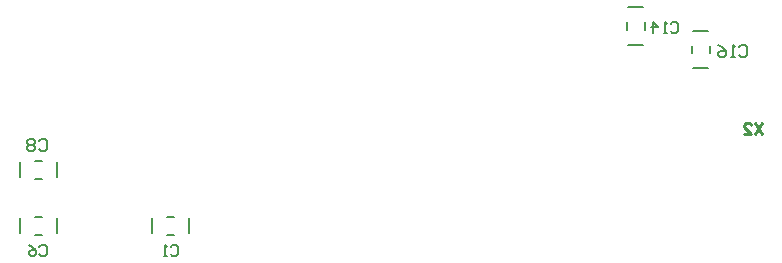
<source format=gbo>
G04*
G04 #@! TF.GenerationSoftware,Altium Limited,Altium Designer,22.1.2 (22)*
G04*
G04 Layer_Color=39423*
%FSAX42Y42*%
%MOMM*%
G71*
G04*
G04 #@! TF.SameCoordinates,E4BEF061-03AA-43A3-B299-508BB52D99EE*
G04*
G04*
G04 #@! TF.FilePolarity,Positive*
G04*
G01*
G75*
%ADD10C,0.25*%
%ADD13C,0.15*%
%ADD14C,0.20*%
D10*
X010401Y005512D02*
X010341Y005423D01*
Y005512D02*
X010401Y005423D01*
X010251D02*
X010311D01*
X010251Y005482D01*
Y005497D01*
X010266Y005512D01*
X010296D01*
X010311Y005497D01*
D13*
X004241Y005196D02*
X004305D01*
X004241Y005044D02*
X004305D01*
X004432Y005056D02*
Y005183D01*
X004114Y005056D02*
Y005183D01*
X009956Y006105D02*
Y006169D01*
X009804Y006105D02*
Y006169D01*
X009817Y005978D02*
X009943D01*
X009817Y006296D02*
X009943D01*
X009254Y006303D02*
Y006367D01*
X009406Y006303D02*
Y006367D01*
X009267Y006494D02*
X009393D01*
X009267Y006176D02*
X009393D01*
X005363Y004569D02*
X005426D01*
X005363Y004721D02*
X005426D01*
X005236Y004581D02*
Y004708D01*
X005553Y004581D02*
Y004708D01*
X004241Y004569D02*
X004304D01*
X004241Y004721D02*
X004304D01*
X004114Y004581D02*
Y004708D01*
X004431Y004581D02*
Y004708D01*
D14*
X010208Y006158D02*
X010225Y006175D01*
X010258D01*
X010275Y006158D01*
Y006092D01*
X010258Y006075D01*
X010225D01*
X010208Y006092D01*
X010175Y006075D02*
X010142D01*
X010158D01*
Y006175D01*
X010175Y006158D01*
X010025Y006175D02*
X010058Y006158D01*
X010092Y006125D01*
Y006092D01*
X010075Y006075D01*
X010042D01*
X010025Y006092D01*
Y006108D01*
X010042Y006125D01*
X010092D01*
X004277Y005359D02*
X004293Y005376D01*
X004327D01*
X004343Y005359D01*
Y005292D01*
X004327Y005276D01*
X004293D01*
X004277Y005292D01*
X004243Y005359D02*
X004227Y005376D01*
X004193D01*
X004177Y005359D01*
Y005342D01*
X004193Y005326D01*
X004177Y005309D01*
Y005292D01*
X004193Y005276D01*
X004227D01*
X004243Y005292D01*
Y005309D01*
X004227Y005326D01*
X004243Y005342D01*
Y005359D01*
X004227Y005326D02*
X004193D01*
X005394Y004467D02*
X005409Y004482D01*
X005439D01*
X005454Y004467D01*
Y004408D01*
X005439Y004393D01*
X005409D01*
X005394Y004408D01*
X005364Y004393D02*
X005334D01*
X005349D01*
Y004482D01*
X005364Y004467D01*
X009627Y006355D02*
X009642Y006370D01*
X009672D01*
X009687Y006355D01*
Y006295D01*
X009672Y006280D01*
X009642D01*
X009627Y006295D01*
X009597Y006280D02*
X009568D01*
X009582D01*
Y006370D01*
X009597Y006355D01*
X009478Y006280D02*
Y006370D01*
X009523Y006325D01*
X009463D01*
X004283Y004467D02*
X004298Y004482D01*
X004328D01*
X004343Y004467D01*
Y004408D01*
X004328Y004393D01*
X004298D01*
X004283Y004408D01*
X004193Y004482D02*
X004223Y004467D01*
X004253Y004438D01*
Y004408D01*
X004238Y004393D01*
X004208D01*
X004193Y004408D01*
Y004423D01*
X004208Y004438D01*
X004253D01*
M02*

</source>
